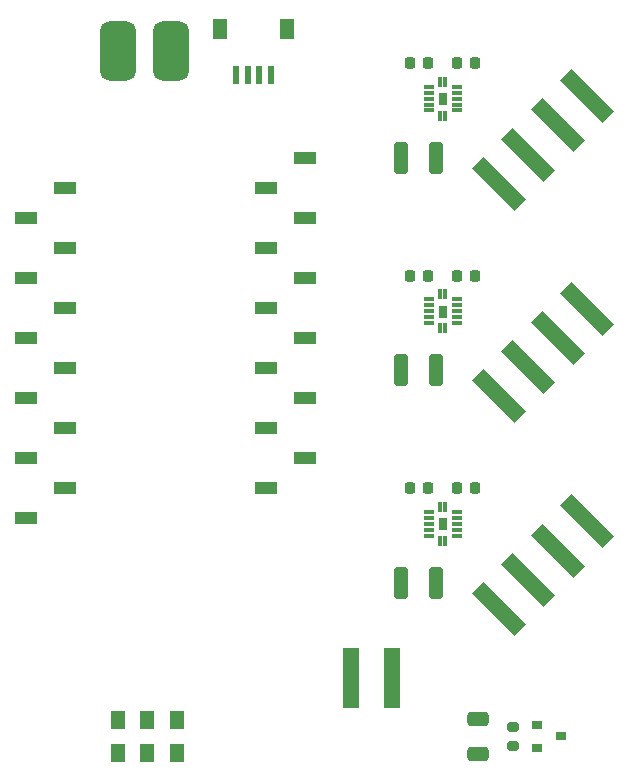
<source format=gbr>
%TF.GenerationSoftware,KiCad,Pcbnew,6.0.10-86aedd382b~118~ubuntu22.04.1*%
%TF.CreationDate,2023-01-01T10:29:27-05:00*%
%TF.ProjectId,project-nrf-princess-dress,70726f6a-6563-4742-9d6e-72662d707269,rev?*%
%TF.SameCoordinates,Original*%
%TF.FileFunction,Paste,Top*%
%TF.FilePolarity,Positive*%
%FSLAX46Y46*%
G04 Gerber Fmt 4.6, Leading zero omitted, Abs format (unit mm)*
G04 Created by KiCad (PCBNEW 6.0.10-86aedd382b~118~ubuntu22.04.1) date 2023-01-01 10:29:27*
%MOMM*%
%LPD*%
G01*
G04 APERTURE LIST*
G04 Aperture macros list*
%AMRoundRect*
0 Rectangle with rounded corners*
0 $1 Rounding radius*
0 $2 $3 $4 $5 $6 $7 $8 $9 X,Y pos of 4 corners*
0 Add a 4 corners polygon primitive as box body*
4,1,4,$2,$3,$4,$5,$6,$7,$8,$9,$2,$3,0*
0 Add four circle primitives for the rounded corners*
1,1,$1+$1,$2,$3*
1,1,$1+$1,$4,$5*
1,1,$1+$1,$6,$7*
1,1,$1+$1,$8,$9*
0 Add four rect primitives between the rounded corners*
20,1,$1+$1,$2,$3,$4,$5,0*
20,1,$1+$1,$4,$5,$6,$7,0*
20,1,$1+$1,$6,$7,$8,$9,0*
20,1,$1+$1,$8,$9,$2,$3,0*%
%AMRotRect*
0 Rectangle, with rotation*
0 The origin of the aperture is its center*
0 $1 length*
0 $2 width*
0 $3 Rotation angle, in degrees counterclockwise*
0 Add horizontal line*
21,1,$1,$2,0,0,$3*%
G04 Aperture macros list end*
%ADD10C,0.010000*%
%ADD11RoundRect,0.750000X0.750000X1.750000X-0.750000X1.750000X-0.750000X-1.750000X0.750000X-1.750000X0*%
%ADD12RoundRect,0.750000X-0.750000X-1.750000X0.750000X-1.750000X0.750000X1.750000X-0.750000X1.750000X0*%
%ADD13RotRect,1.400000X5.100000X45.000000*%
%ADD14RoundRect,0.008100X-0.421900X-0.126900X0.421900X-0.126900X0.421900X0.126900X-0.421900X0.126900X0*%
%ADD15RoundRect,0.008100X0.126900X-0.421900X0.126900X0.421900X-0.126900X0.421900X-0.126900X-0.421900X0*%
%ADD16R,1.200000X1.600000*%
%ADD17RoundRect,0.200000X0.275000X-0.200000X0.275000X0.200000X-0.275000X0.200000X-0.275000X-0.200000X0*%
%ADD18RoundRect,0.276000X-0.634000X0.324000X-0.634000X-0.324000X0.634000X-0.324000X0.634000X0.324000X0*%
%ADD19R,0.900000X0.800000*%
%ADD20R,0.600000X1.550000*%
%ADD21R,1.200000X1.800000*%
%ADD22R,1.900000X1.000000*%
%ADD23R,1.400000X5.100000*%
%ADD24RoundRect,0.250000X0.325000X1.100000X-0.325000X1.100000X-0.325000X-1.100000X0.325000X-1.100000X0*%
%ADD25RoundRect,0.225000X-0.225000X-0.250000X0.225000X-0.250000X0.225000X0.250000X-0.225000X0.250000X0*%
%ADD26RoundRect,0.225000X0.225000X0.250000X-0.225000X0.250000X-0.225000X-0.250000X0.225000X-0.250000X0*%
G04 APERTURE END LIST*
%TO.C,U3*%
G36*
X83440000Y-68260000D02*
G01*
X82800000Y-68260000D01*
X82800000Y-67320000D01*
X83440000Y-67320000D01*
X83440000Y-68260000D01*
G37*
D10*
X83440000Y-68260000D02*
X82800000Y-68260000D01*
X82800000Y-67320000D01*
X83440000Y-67320000D01*
X83440000Y-68260000D01*
%TO.C,U2*%
G36*
X83440000Y-50260000D02*
G01*
X82800000Y-50260000D01*
X82800000Y-49320000D01*
X83440000Y-49320000D01*
X83440000Y-50260000D01*
G37*
X83440000Y-50260000D02*
X82800000Y-50260000D01*
X82800000Y-49320000D01*
X83440000Y-49320000D01*
X83440000Y-50260000D01*
%TO.C,U1*%
G36*
X83440000Y-32260000D02*
G01*
X82800000Y-32260000D01*
X82800000Y-31320000D01*
X83440000Y-31320000D01*
X83440000Y-32260000D01*
G37*
X83440000Y-32260000D02*
X82800000Y-32260000D01*
X82800000Y-31320000D01*
X83440000Y-31320000D01*
X83440000Y-32260000D01*
%TD*%
D11*
%TO.C,J6*%
X60120000Y-27790000D03*
%TD*%
D12*
%TO.C,J9*%
X55620000Y-27790000D03*
%TD*%
D13*
%TO.C,J7*%
X87907511Y-75002132D03*
X95332132Y-67577511D03*
X92857258Y-70052385D03*
X90382385Y-72527258D03*
%TD*%
%TO.C,J4*%
X87907511Y-57002132D03*
X95332132Y-49577511D03*
X92857258Y-52052385D03*
X90382385Y-54527258D03*
%TD*%
%TO.C,J2*%
X87907511Y-39002132D03*
X95332132Y-31577511D03*
X92857258Y-34052385D03*
X90382385Y-36527258D03*
%TD*%
D14*
%TO.C,U3*%
X84305000Y-66790000D03*
X84305000Y-67290000D03*
X84305000Y-67790000D03*
X84305000Y-68290000D03*
X84305000Y-68790000D03*
X81935000Y-68790000D03*
X81935000Y-68290000D03*
X81935000Y-67790000D03*
X81935000Y-67290000D03*
X81935000Y-66790000D03*
D15*
X82870000Y-66355000D03*
X83370000Y-66355000D03*
X83370000Y-69225000D03*
X82870000Y-69225000D03*
%TD*%
D14*
%TO.C,U2*%
X84305000Y-48790000D03*
X84305000Y-49290000D03*
X84305000Y-49790000D03*
X84305000Y-50290000D03*
X84305000Y-50790000D03*
X81935000Y-50790000D03*
X81935000Y-50290000D03*
X81935000Y-49790000D03*
X81935000Y-49290000D03*
X81935000Y-48790000D03*
D15*
X82870000Y-48355000D03*
X83370000Y-48355000D03*
X83370000Y-51225000D03*
X82870000Y-51225000D03*
%TD*%
D14*
%TO.C,U1*%
X84305000Y-30790000D03*
X84305000Y-31290000D03*
X84305000Y-31790000D03*
X84305000Y-32290000D03*
X84305000Y-32790000D03*
X81935000Y-32790000D03*
X81935000Y-32290000D03*
X81935000Y-31790000D03*
X81935000Y-31290000D03*
X81935000Y-30790000D03*
D15*
X82870000Y-30355000D03*
X83370000Y-30355000D03*
X83370000Y-33225000D03*
X82870000Y-33225000D03*
%TD*%
D16*
%TO.C,S1*%
X55620000Y-87190000D03*
X58120000Y-87190000D03*
X60620000Y-87190000D03*
X55620000Y-84390000D03*
X58120000Y-84390000D03*
X60620000Y-84390000D03*
%TD*%
D17*
%TO.C,R2*%
X89120000Y-84965000D03*
X89120000Y-86615000D03*
%TD*%
D18*
%TO.C,R1*%
X86120000Y-87295000D03*
X86120000Y-84285000D03*
%TD*%
D19*
%TO.C,Q1*%
X93120000Y-85790000D03*
X91120000Y-86740000D03*
X91120000Y-84840000D03*
%TD*%
D20*
%TO.C,J8*%
X65620000Y-29790000D03*
X66620000Y-29790000D03*
X67620000Y-29790000D03*
X68620000Y-29790000D03*
D21*
X69920000Y-25915000D03*
X64320000Y-25915000D03*
%TD*%
D22*
%TO.C,J5*%
X71500000Y-62190000D03*
X71500000Y-57110000D03*
X71500000Y-52030000D03*
X71500000Y-46950000D03*
X71500000Y-41870000D03*
X71500000Y-36790000D03*
X68200000Y-64730000D03*
X68200000Y-59650000D03*
X68200000Y-54570000D03*
X68200000Y-49490000D03*
X68200000Y-44410000D03*
X68200000Y-39330000D03*
%TD*%
%TO.C,J3*%
X51180000Y-64730000D03*
X51180000Y-59650000D03*
X51180000Y-54570000D03*
X51180000Y-49490000D03*
X51180000Y-44410000D03*
X51180000Y-39330000D03*
X47880000Y-67270000D03*
X47880000Y-62190000D03*
X47880000Y-57110000D03*
X47880000Y-52030000D03*
X47880000Y-46950000D03*
X47880000Y-41870000D03*
%TD*%
D23*
%TO.C,J1*%
X78870000Y-80840000D03*
X75370000Y-80840000D03*
%TD*%
D24*
%TO.C,C9*%
X79645000Y-72790000D03*
X82595000Y-72790000D03*
%TD*%
D25*
%TO.C,C8*%
X85895000Y-64790000D03*
X84345000Y-64790000D03*
%TD*%
D26*
%TO.C,C7*%
X80345000Y-64790000D03*
X81895000Y-64790000D03*
%TD*%
D24*
%TO.C,C6*%
X79645000Y-54790000D03*
X82595000Y-54790000D03*
%TD*%
D25*
%TO.C,C5*%
X85895000Y-46790000D03*
X84345000Y-46790000D03*
%TD*%
D26*
%TO.C,C4*%
X80345000Y-46790000D03*
X81895000Y-46790000D03*
%TD*%
D24*
%TO.C,C3*%
X79645000Y-36790000D03*
X82595000Y-36790000D03*
%TD*%
D25*
%TO.C,C2*%
X85895000Y-28790000D03*
X84345000Y-28790000D03*
%TD*%
D26*
%TO.C,C1*%
X80345000Y-28790000D03*
X81895000Y-28790000D03*
%TD*%
M02*

</source>
